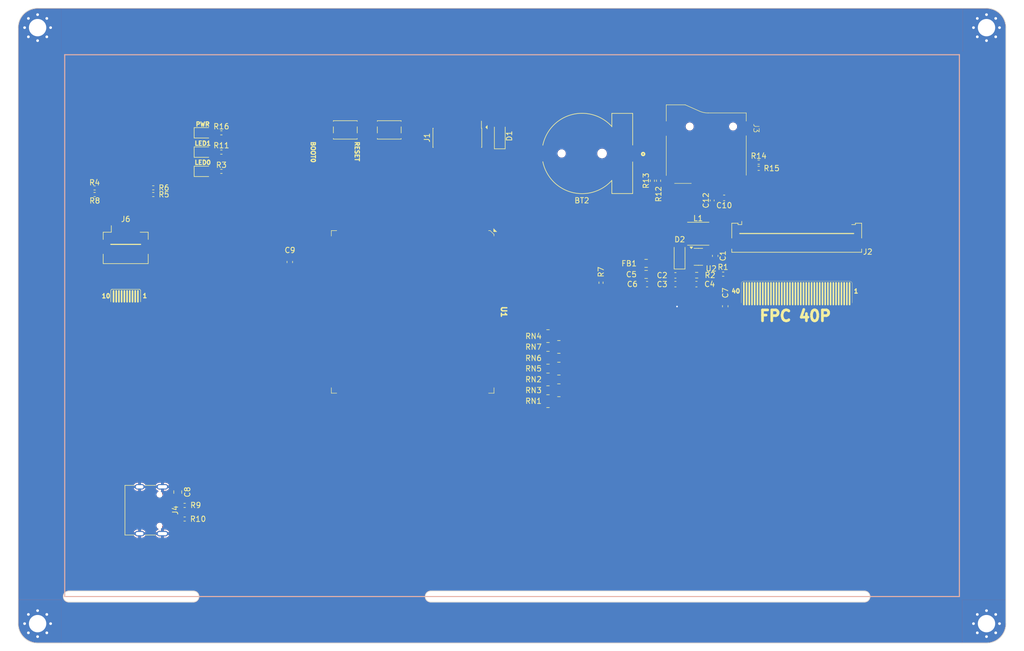
<source format=kicad_pcb>
(kicad_pcb (version 20240108) (generator "pcbnew") (generator_version "8.0")
  (layers (0 "F.Cu" signal) (31 "B.Cu" signal) (34 "B.Paste" user) (35 "F.Paste" user) (36 "B.SilkS" user "B.Silkscreen") (37 "F.SilkS" user "F.Silkscreen") (38 "B.Mask" user) (39 "F.Mask" user) (44 "Edge.Cuts" user))
  (net 0 "")
  (net 1 "+5V")
  (net 2 "GND")
  (net 3 "/LED_A")
  (net 4 "/LED_K")
  (net 5 "Net-(D1-A)")
  (net 6 "/SW")
  (net 7 "/LCD_G7")
  (net 8 "/LCD_B4")
  (net 9 "/LCD_TP_INT")
  (net 10 "/LCD_G6")
  (net 11 "/LCD_R4")
  (net 12 "/LCD_CLK")
  (net 13 "/LCD_DE")
  (net 14 "/LCD_G4")
  (net 15 "/LCD_G5")
  (net 16 "/LCD_TP_SCL")
  (net 17 "/LCD_HSYNC")
  (net 18 "/LCD_TP_RST")
  (net 19 "/LCD_R5")
  (net 20 "/LCD_G2")
  (net 21 "/LCD_R7")
  (net 22 "+3V3")
  (net 23 "/LCD_B3")
  (net 24 "/LCD_G3")
  (net 25 "/LCD_R6")
  (net 26 "/LCD_TP_SDA")
  (net 27 "/LCD_B6")
  (net 28 "/LCD_VSYNC")
  (net 29 "/LCD_RST")
  (net 30 "/LCD_SPI_CS")
  (net 31 "/LCD_SPI_CLK")
  (net 32 "/LCD_B5")
  (net 33 "/LCD_R3")
  (net 34 "/LCD_SPI_DAT")
  (net 35 "/LCD_B7")
  (net 36 "/SWO")
  (net 37 "/SWDIO")
  (net 38 "/SWCLK")
  (net 39 "/RESET")
  (net 40 "/VCP_RX")
  (net 41 "/VCP_TX")
  (net 42 "/LCD_BLK")
  (net 43 "/BOOT0")
  (net 46 "/USB_DP")
  (net 56 "VBAT")
  (net 58 "/USB_DN")
  (net 74 "/USB_VBUS_DET")
  (net 80 "/G5")
  (net 81 "/G6")
  (net 82 "/B3")
  (net 83 "/G7")
  (net 84 "/B4")
  (net 85 "/B6")
  (net 86 "/B5")
  (net 87 "/B7")
  (net 88 "/G3")
  (net 89 "/G2")
  (net 90 "/R7")
  (net 91 "/G4")
  (net 92 "/R4")
  (net 93 "/R3")
  (net 94 "/R5")
  (net 95 "/R6")
  (net 96 "/R2")
  (net 97 "/G1")
  (net 98 "/R1")
  (net 99 "/G0")
  (net 100 "/B2")
  (net 101 "/B1")
  (net 102 "/B0")
  (net 106 "/LCD_G1")
  (net 107 "/LCD_B2")
  (net 108 "Net-(RN4-R1.2)")
  (net 109 "Net-(RN4-R2.2)")
  (net 110 "Net-(RN4-R4.2)")
  (net 111 "Net-(RN4-R3.2)")
  (net 112 "VDD_LCD")
  (net 113 "Net-(J4-CC2)")
  (net 114 "VBUS")
  (net 117 "Net-(J4-CC1)")
  (net 118 "Net-(D3-A)")
  (net 119 "Net-(D4-A)")
  (net 120 "/LED0")
  (net 121 "/LED1")
  (net 122 "/DAT1")
  (net 123 "/DAT0")
  (net 124 "/SD_DET")
  (net 125 "/DAT2")
  (net 126 "/CMD")
  (net 127 "/CLK")
  (net 128 "/DAT3")
  (net 129 "Net-(D5-A)")
  (net 130 "/LCD_R1")
  (net 131 "/LCD_R2")
  (net 132 "/YD")
  (net 133 "/XL")
  (net 134 "/XR")
  (net 135 "/YU")
  (net 136 "/LCD_R0")
  (net 137 "/LCD_B0")
  (net 139 "/LCD_B1")
  (net 140 "/LCD_G0")
  (net 141 "Net-(RN1-R1.2)")
  (net 142 "/TP_SCL")
  (net 143 "/TP_WAKE")
  (net 144 "/TP_SDA")
  (net 145 "/TP_INT")
  (footprint "Capacitor_SMD:C_0603_1608Metric" (layer "F.Cu") (at 177.5994 81.042 180)
    (property "Reference" "C3")
    (property "Value" "1u")
  )
  (footprint "Capacitor_SMD:C_0603_1608Metric" (layer "F.Cu") (at 177.5994 79.4164 180)
    (property "Reference" "C2")
    (property "Value" "1u")
  )
  (footprint "Button_Switch_SMD:SW_SPST_PTS810" (layer "F.Cu") (at 116.7208 52.5698 180)
    (property "Reference" "SW1" (hide yes))
    (property "Value" "BOOT0")
  )
  (footprint "Connector_FFC-FPC:Hirose_FH12-10S-0.5SH_1x10-1MP_P0.50mm_Horizontal" (layer "F.Cu") (at 76.22537 72.74479)
    (property "Reference" "J6")
    (property "Value" "Conn_01x10_MountingPin")
  )
  (footprint "MountingHole:MountingHole_3.2mm_M3_Pad_Via" (layer "F.Cu") (at 59.97537 33.69479)
    (property "Reference" "H1" (hide yes))
    (property "Value" "MountingHole_Pad")
  )
  (footprint "Resistor_SMD:R_0402_1005Metric" (layer "F.Cu") (at 192.9638 58.5216 180)
    (property "Reference" "R14")
    (property "Value" "10K")
  )
  (footprint "Capacitor_SMD:C_0603_1608Metric" (layer "F.Cu") (at 172.3768 81.042 180)
    (property "Reference" "C6")
    (property "Value" "100n")
  )
  (footprint "Capacitor_SMD:C_0603_1608Metric" (layer "F.Cu") (at 186.5904 65.1098)
    (property "Reference" "C10")
    (property "Value" "1u")
  )
  (footprint "Resistor_SMD:R_0402_1005Metric" (layer "F.Cu") (at 87.0972 121.8716 180)
    (property "Reference" "R9")
    (property "Value" "5K1")
  )
  (footprint "Package_TO_SOT_SMD:SOT-23-5" (layer "F.Cu") (at 181.8386 75.9968)
    (property "Reference" "U2")
    (property "Value" "TPS61169")
  )
  (footprint "Resistor_SMD:R_0402_1005Metric" (layer "F.Cu") (at 81.3104 64.5 180)
    (property "Reference" "R5")
    (property "Value" "2K2")
  )
  (footprint "Capacitor_SMD:C_0603_1608Metric" (layer "F.Cu") (at 186.7916 85.1154 90)
    (property "Reference" "C7")
    (property "Value" "100n")
  )
  (footprint "Resistor_SMD:R_0402_1005Metric" (layer "F.Cu") (at 93.8664 56.6674 180)
    (property "Reference" "R11")
    (property "Value" "2K")
  )
  (footprint "Capacitor_SMD:C_0603_1608Metric" (layer "F.Cu") (at 181.4761 81.042)
    (property "Reference" "C4")
    (property "Value" "100n")
  )
  (footprint "Resistor_SMD:R_0402_1005Metric" (layer "F.Cu") (at 70.49 64.5 180)
    (property "Reference" "R8")
    (property "Value" "10K")
  )
  (footprint "Button_Switch_SMD:SW_SPST_PTS810" (layer "F.Cu") (at 124.8234 52.5698 180)
    (property "Reference" "SW2" (hide yes))
    (property "Value" "RST")
  )
  (footprint "MountingHole:MountingHole_3.2mm_M3_Pad_Via" (layer "F.Cu") (at 59.97537 143.69479)
    (property "Reference" "H2" (hide yes))
    (property "Value" "MountingHole_Pad")
  )
  (footprint "Resistor_SMD:R_0402_1005Metric" (layer "F.Cu") (at 70.49 63.2808 180)
    (property "Reference" "R4")
    (property "Value" "10K")
  )
  (footprint "Resistor_SMD:R_0402_1005Metric" (layer "F.Cu") (at 93.8664 53.1112 180)
    (property "Reference" "R16")
    (property "Value" "2K")
  )
  (footprint "Inductor_SMD:L_Abracon_ASPI-4030S" (layer "F.Cu") (at 181.8132 71.7296 180)
    (property "Reference" "L1")
    (property "Value" "6.8u")
  )
  (footprint "Capacitor_SMD:C_0805_2012Metric" (layer "F.Cu") (at 172.2018 79.2493 180)
    (property "Reference" "C5")
    (property "Value" "10u")
  )
  (footprint "Capacitor_SMD:C_0603_1608Metric" (layer "F.Cu") (at 184.9374 75.8218 -90)
    (property "Reference" "C1")
    (property "Value" "10u")
  )
  (footprint "Connector_PinHeader_1.27mm:PinHeader_2x07_P1.27mm_Vertical_SMD" (layer "F.Cu") (at 137.3886 54.0258 -90)
    (property "Reference" "J1")
    (property "Value" "SWD")
  )
  (footprint "Resistor_SMD:R_Array_Convex_4x0402" (layer "F.Cu") (at 156.1084 96.6284 180)
    (property "Reference" "RN5")
    (property "Value" "22")
  )
  (footprint "MountingHole:MountingHole_3.2mm_M3_Pad_Via" (layer "F.Cu") (at 234.97537 33.69479)
    (property "Reference" "H3" (hide yes))
    (property "Value" "MountingHole_Pad")
  )
  (footprint "Resistor_SMD:R_0402_1005Metric" (layer "F.Cu") (at 186.4106 79.1878 180)
    (property "Reference" "R1")
    (property "Value" "10K")
  )
  (footprint "Diode_SMD:D_SOD-123" (layer "F.Cu") (at 145.2118 53.6946 90)
    (property "Reference" "D1")
    (property "Value" "NSR0320MW2T1G")
  )
  (footprint "MountingHole:MountingHole_3.2mm_M3_Pad_Via" (layer "F.Cu") (at 234.97537 143.69479)
    (property "Reference" "H4" (hide yes))
    (property "Value" "MountingHole_Pad")
  )
  (footprint "Capacitor_SMD:C_0402_1005Metric" (layer "F.Cu") (at 184.3884 65.5898 -90)
    (property "Reference" "C12")
    (property "Value" "100n")
  )
  (footprint "Resistor_SMD:R_0402_1005Metric" (layer "F.Cu") (at 173.355 61.9506 90)
    (property "Reference" "R13")
    (property "Value" "10K")
  )
  (footprint "Resistor_SMD:R_0402_1005Metric" (layer "F.Cu") (at 87.0972 124.3862 180)
    (property "Reference" "R10")
    (property "Value" "5K1")
  )
  (footprint "LED_SMD:LED_0805_2012Metric" (layer "F.Cu") (at 90.537 56.6674)
    (property "Reference" "D4" (hide yes))
    (property "Value" "LED")
  )
  (footprint "neochrom-logo:neochrom-logo-15" (layer "F.Cu") (at 106 39.5)
    (property "Reference" "G***" (hide yes))
    (property "Value" "LOGO" (hide yes))
  )
  (footprint "Resistor_SMD:R_Array_Convex_4x0402" (layer "F.Cu") (at 156.1084 100.6282 180)
    (property "Reference" "RN3")
    (property "Value" "22")
  )
  (footprint "LED_SMD:LED_0805_2012Metric" (layer "F.Cu") (at 90.537 53.1112)
    (property "Reference" "D5" (hide yes))
    (property "Value" "LED")
  )
  (footprint "Resistor_SMD:R_0402_1005Metric" (layer "F.Cu") (at 192.9638 59.6646 180)
    (property "Reference" "R15")
    (property "Value" "10K")
  )
  (footprint "Capacitor_SMD:C_0603_1608Metric" (layer "F.Cu") (at 106.4882 76.9496 -90)
    (property "Reference" "C9")
    (property "Value" "100n")
  )
  (footprint "Capacitor_SMD:C_0805_2012Metric" (layer "F.Cu") (at 172.2018 77.2066)
    (property "Reference" "FB1")
    (property "Value" "600R/100MHz")
  )
  (footprint "LED_SMD:LED_0805_2012Metric" (layer "F.Cu") (at 90.537 60.2236)
    (property "Reference" "D3" (hide yes))
    (property "Value" "LED")
  )
  (footprint "Resistor_SMD:R_Array_Convex_4x0402" (layer "F.Cu") (at 156.1084 92.6272 180)
    (property "Reference" "RN7")
    (property "Value" "22")
  )
  (footprint "Resistor_SMD:R_0603_1608Metric" (layer "F.Cu") (at 181.5261 79.391)
    (property "Reference" "R2")
    (property "Value" "6.8R")
  )
  (footprint "Resistor_SMD:R_0402_1005Metric" (layer "F.Cu") (at 163.8808 80.772 -90)
    (property "Reference" "R7")
    (property "Value" "10K")
  )
  (footprint "Resistor_SMD:R_0402_1005Metric" (layer "F.Cu") (at 81.3104 63.2554 180)
    (property "Reference" "R6")
    (property "Value" "2K2")
  )
  (footprint "Capacitor_SMD:C_0805_2012Metric" (layer "F.Cu") (at 85.8272 119.4086 90)
    (property "Reference" "C8")
    (property "Value" "4u7")
  )
  (footprint "siplex:siplex-som-s16" (layer "F.Cu") (at 129.145 86.1568 -90)
    (property "Reference" "U1")
    (property "Value" "siplex-som-s16")
  )
  (footprint "Resistor_SMD:R_0402_1005Metric" (layer "F.Cu") (at 93.8664 60.2236 180)
    (property "Reference" "R3")
    (property "Value" "2K")
  )
  (footprint "TF-115:SD-TF-115" (layer "F.Cu") (at 183.2884 57.693 180)
    (property "Reference" "J3")
    (property "Value" "Micro_SD_Card_Det1")
  )
  (footprint "Diode_SMD:D_SOD-123" (layer "F.Cu") (at 178.3744 75.8868 90)
    (property "Reference" "D2")
    (property "Value" "MBR0540")
  )
  (footprint "Connector_FFC-FPC:Omron_XF2M-4015-1A_1x40-1MP_P0.5mm_Horizontal" (layer "F.Cu") (at 199.97537 71.69479)
    (property "Reference" "J2")
    (property "Value" "Conn_01x40_MountingPin")
  )
  (footprint "Resistor_SMD:R_Array_Convex_4x0402" (layer "F.Cu") (at 154.1018 94.6284 180)
    (property "Reference" "RN6")
    (property "Value" "22")
  )
  (footprint "Connector_USB:USB_C_Receptacle_G-Switch_GT-USB-7010ASV" (layer "F.Cu") (at 79.8664 122.7586 -90)
    (property "Reference" "J4")
    (property "Value" "USB_C_Receptacle_USB2.0_16P")
  )
  (footprint "CR1220-Batt-conn-S8411-45R:CR1220-Batt-conn-S8411-45R" (layer "F.Cu") (at 160.349099 56.9214 90)
    (property "Reference" "BT2")
    (property "Value" "S8411-45R")
  )
  (footprint "Resistor_SMD:R_Array_Convex_4x0402" (layer "F.Cu") (at 154.1018 90.6272 180)
    (property "Reference" "RN4")
    (property "Value" "22")
  )
  (footprint "Resistor_SMD:R_0402_1005Metric" (layer "F.Cu") (at 174.498 61.9506 90)
    (property "Reference" "R12")
    (property "Value" "10K")
  )
  (footprint "Resistor_SMD:R_Array_Convex_4x0402" (layer "F.Cu") (at 154.1018 102.6294 180)
    (property "Reference" "RN1")
    (property "Value" "22")
  )
  (footprint "Resistor_SMD:R_Array_Convex_4x0402" (layer "F.Cu") (at 154.1018 98.6282 180)
    (property "Reference" "RN2")
    (property "Value" "22")
  )
  (gr_line (start 64.97537 138.69479) (end 229.97537 138.69479) (stroke (width 0.2)) (layer "B.SilkS"))
  (gr_line (start 64.97537 38.69479) (end 229.97537 38.69479) (stroke (width 0.2)) (layer "B.SilkS"))
  (gr_line (start 64.97537 38.69479) (end 64.97537 138.69479) (stroke (width 0.2)) (layer "B.SilkS"))
  (gr_line (start 229.97537 38.69479) (end 229.97537 138.69479) (stroke (width 0.2)) (layer "B.SilkS"))
  (gr_line (start 77.97537 82.2912) (end 77.97537 84.2912) (stroke (width 0.3)) (layer "F.SilkS"))
  (gr_line (start 209.72537 80.8048) (end 209.72537 84.8048) (stroke (width 0.3)) (layer "F.SilkS"))
  (gr_line (start 190.72537 80.8048) (end 190.72537 84.8048) (stroke (width 0.3)) (layer "F.SilkS"))
  (gr_line (start 196.22537 80.8048) (end 196.22537 84.8048) (stroke (width 0.3)) (layer "F.SilkS"))
  (gr_line (start 201.72537 80.8048) (end 201.72537 84.8048) (stroke (width 0.3)) (layer "F.SilkS"))
  (gr_line (start 210.47537 71.69479) (end 189.47537 71.69479) (stroke (width 0.2)) (layer "F.SilkS"))
  (gr_line (start 198.22537 80.8048) (end 198.22537 84.8048) (stroke (width 0.3)) (layer "F.SilkS"))
  (gr_poly (pts (xy 144.7292 71.3994) (xy 144.0434 70.7136) (xy 144.0434 71.3994)) (fill solid) (layer "F.SilkS"))
  (gr_line (start 199.72537 80.8048) (end 199.72537 84.8048) (stroke (width 0.3)) (layer "F.SilkS"))
  (gr_line (start 195.72537 80.8048) (end 195.72537 84.8048) (stroke (width 0.3)) (layer "F.SilkS"))
  (gr_arc (start 78.72537 81.9912) (mid 78.902147 82.064423) (end 78.97537 82.2412) (stroke (width 0.1)) (layer "F.SilkS"))
  (gr_line (start 190.22537 80.5) (end 209.72537 80.5) (stroke (width 0.05)) (layer "F.SilkS"))
  (gr_line (start 75.97537 82.2912) (end 75.97537 84.2912) (stroke (width 0.3)) (layer "F.SilkS"))
  (gr_line (start 75.47537 82.2912) (end 75.47537 84.2912) (stroke (width 0.3)) (layer "F.SilkS"))
  (gr_arc (start 209.72537 80.5) (mid 210.078923 80.646447) (end 210.22537 81) (stroke (width 0.05)) (layer "F.SilkS"))
  (gr_line (start 203.22537 80.8048) (end 203.22537 84.8048) (stroke (width 0.3)) (layer "F.SilkS"))
  (gr_line (start 210.22537 81) (end 210.22537 84.5) (stroke (width 0.05)) (layer "F.SilkS"))
  (gr_line (start 209.22537 80.8048) (end 209.22537 84.8048) (stroke (width 0.3)) (layer "F.SilkS"))
  (gr_line (start 195.22537 80.8048) (end 195.22537 84.8048) (stroke (width 0.3)) (layer "F.SilkS"))
  (gr_line (start 202.72537 80.8048) (end 202.72537 84.8048) (stroke (width 0.3)) (layer "F.SilkS"))
  (gr_line (start 76.97537 82.2912) (end 76.97537 84.2912) (stroke (width 0.3)) (layer "F.SilkS"))
  (gr_line (start 200.22537 80.8048) (end 200.22537 84.8048) (stroke (width 0.3)) (layer "F.SilkS"))
  (gr_line (start 73.47537 82.2412) (end 73.47537 84.2912) (stroke (width 0.1)) (layer "F.SilkS"))
  (gr_line (start 204.22537 80.8048) (end 204.22537 84.8048) (stroke (width 0.3)) (layer "F.SilkS"))
  (gr_line (start 200.72537 80.8048) (end 200.72537 84.8048) (stroke (width 0.3)) (layer "F.SilkS"))
  (gr_line (start 194.22537 80.8048) (end 194.22537 84.8048) (stroke (width 0.3)) (layer "F.SilkS"))
  (gr_line (start 190.22537 80.8048) (end 190.22537 84.8048) (stroke (width 0.3)) (layer "F.SilkS"))
  (gr_arc (start 189.72537 81) (mid 189.871817 80.646447) (end 190.22537 80.5) (stroke (width 0.05)) (layer "F.SilkS"))
  (gr_line (start 78.97537 82.2412) (end 78.97537 84.2912) (stroke (width 0.1)) (layer "F.SilkS"))
  (gr_line (start 76.47537 82.2912) (end 76.47537 84.2912) (stroke (width 0.3)) (layer "F.SilkS"))
  (gr_line (start 194.72537 80.8048) (end 194.72537 84.8048) (stroke (width 0.3)) (layer "F.SilkS"))
  (gr_line (start 197.22537 80.8048) (end 197.22537 84.8048) (stroke (width 0.3)) (layer "F.SilkS"))
  (gr_line (start 189.72537 81) (end 189.72537 84.5) (stroke (width 0.05)) (layer "F.SilkS"))
  (gr_arc (start 73.47537 82.2412) (mid 73.548593 82.064423) (end 73.72537 81.9912) (stroke (width 0.1)) (layer "F.SilkS"))
  (gr_line (start 201.22537 80.8048) (end 201.22537 84.8048) (stroke (width 0.3)) (layer "F.SilkS"))
  (gr_line (start 206.72537 80.8048) (end 206.72537 84.8048) (stroke (width 0.3)) (layer "F.SilkS"))
  (gr_line (start 206.22537 80.8048) (end 206.22537 84.8048) (stroke (width 0.3)) (layer "F.SilkS"))
  (gr_line (start 193.72537 80.8048) (end 193.72537 84.8048) (stroke (width 0.3)) (layer "F.SilkS"))
  (gr_line (start 191.72537 80.8048) (end 191.72537 84.8048) (stroke (width 0.3)) (layer "F.SilkS"))
  (gr_line (start 74.97537 82.2912) (end 74.97537 84.2912) (stroke (width 0.3)) (layer "F.SilkS"))
  (gr_line (start 192.22537 80.8048) (end 192.22537 84.8048) (stroke (width 0.3)) (layer "F.SilkS"))
  (gr_line (start 202.22537 80.8048) (end 202.22537 84.8048) (stroke (width 0.3)) (layer "F.SilkS"))
  (gr_line (start 193.22537 80.8048) (end 193.22537 84.8048) (stroke (width 0.3)) (layer "F.SilkS"))
  (gr_line (start 73.47537 73.69479) (end 78.97537 73.69479) (stroke (width 0.2)) (layer "F.SilkS"))
  (gr_line (start 196.72537 80.8048) (end 196.72537 84.8048) (stroke (width 0.3)) (layer "F.SilkS"))
  (gr_line (start 191.22537 80.8048) (end 191.22537 84.8048) (stroke (width 0.3)) (layer "F.SilkS"))
  (gr_line (start 203.72537 80.8048) (end 203.72537 84.8048) (stroke (width 0.3)) (layer "F.SilkS"))
  (gr_line (start 74.47537 82.2912) (end 74.47537 84.2912) (stroke (width 0.3)) (layer "F.SilkS"))
  (gr_line (start 207.72537 80.8048) (end 207.72537 84.8048) (stroke (width 0.3)) (layer "F.SilkS"))
  (gr_line (start 207.22537 80.8048) (end 207.22537 84.8048) (stroke (width 0.3)) (layer "F.SilkS"))
  (gr_line (start 73.72537 81.9912) (end 78.72537 81.9912) (stroke (width 0.1)) (layer "F.SilkS"))
  (gr_line (start 73.97537 82.2912) (end 73.97537 84.2912) (stroke (width 0.3)) (layer "F.SilkS"))
  (gr_line (start 205.22537 80.8048) (end 205.22537 84.8048) (stroke (width 0.3)) (layer "F.SilkS"))
  (gr_line (start 208.72537 80.8048) (end 208.72537 84.8048) (stroke (width 0.3)) (layer "F.SilkS"))
  (gr_line (start 78.47537 82.2912) (end 78.47537 84.2912) (stroke (width 0.3)) (layer "F.SilkS"))
  (gr_line (start 192.72537 80.8048) (end 192.72537 84.8048) (stroke (width 0.3)) (layer "F.SilkS"))
  (gr_line (start 205.72537 80.8048) (end 205.72537 84.8048) (stroke (width 0.3)) (layer "F.SilkS"))
  (gr_line (start 208.22537 80.8048) (end 208.22537 84.8048) (stroke (width 0.3)) (layer "F.SilkS"))
  (gr_line (start 77.47537 82.2912) (end 77.47537 84.2912) (stroke (width 0.3)) (layer "F.SilkS"))
  (gr_line (start 197.72537 80.8048) (end 197.72537 84.8048) (stroke (width 0.3)) (layer "F.SilkS"))
  (gr_poly (pts (xy 142.9512 52.4822) (xy 142.9512 51.6694) (xy 142.5448 52.0758)) (fill solid) (layer "F.SilkS"))
  (gr_line (start 204.72537 80.8048) (end 204.72537 84.8048) (stroke (width 0.3)) (layer "F.SilkS"))
  (gr_line (start 198.72537 80.8048) (end 198.72537 84.8048) (stroke (width 0.3)) (layer "F.SilkS"))
  (gr_line (start 199.22537 80.8048) (end 199.22537 84.8048) (stroke (width 0.3)) (layer "F.SilkS"))
  (gr_line (start 58.684354 147.058002) (end 59.042978 147.174526) (stroke (width 0.1)) (layer "Edge.Cuts"))
  (gr_line (start 238.338582 144.985806) (end 238.455106 144.627182) (stroke (width 0.1)) (layer "Edge.Cuts"))
  (gr_line (start 238.533505 33.131237) (end 238.455106 32.762398) (stroke (width 0.1)) (layer "Edge.Cuts"))
  (gr_line (start 59.042978 30.215054) (end 58.684354 30.331578) (stroke (width 0.1)) (layer "Edge.Cuts"))
  (gr_line (start 58.013315 30.67349) (end 57.708251 30.895131) (stroke (width 0.1)) (layer "Edge.Cuts"))
  (gr_line (start 56.417235 33.131237) (end 56.37782 33.50625) (stroke (width 0.1)) (layer "Edge.Cuts"))
  (gr_line (start 57.428027 146.242133) (end 57.708251 146.494449) (stroke (width 0.1)) (layer "Edge.Cuts"))
  (gr_line (start 212.47537 139.69479) (end 132.47537 139.69479) (stroke (width 0.1)) (layer "Edge.Cuts"))
  (gr_line (start 57.175711 31.427671) (end 56.95407 31.732735) (stroke (width 0.1)) (layer "Edge.Cuts"))
  (gr_line (start 56.37537 33.69479) (end 56.37537 143.69479) (stroke (width 0.1)) (layer "Edge.Cuts"))
  (gr_line (start 58.339875 30.48495) (end 58.013315 30.67349) (stroke (width 0.1)) (layer "Edge.Cuts"))
  (gr_line (start 236.266386 147.058002) (end 236.610865 146.90463) (stroke (width 0.1)) (layer "Edge.Cuts"))
  (gr_line (start 56.76553 32.059295) (end 56.612158 32.403774) (stroke (width 0.1)) (layer "Edge.Cuts"))
  (gr_line (start 56.37782 33.50625) (end 56.37537 33.69479) (stroke (width 0.1)) (layer "Edge.Cuts"))
  (gr_line (start 238.57292 33.50625) (end 238.533505 33.131237) (stroke (width 0.1)) (layer "Edge.Cuts"))
  (gr_arc (start 212.47537 137.69479) (mid 213.47537 138.69479) (end 212.47537 139.69479) (stroke (width 0.1)) (layer "Edge.Cuts"))
  (gr_line (start 235.538923 147.252925) (end 235.907762 147.174526) (stroke (width 0.1)) (layer "Edge.Cuts"))
  (gr_line (start 57.175711 145.961909) (end 57.428027 146.242133) (stroke (width 0.1)) (layer "Edge.Cuts"))
  (gr_line (start 59.411817 30.136655) (end 59.042978 30.215054) (stroke (width 0.1)) (layer "Edge.Cuts"))
  (gr_line (start 238.18521 145.330285) (end 238.338582 144.985806) (stroke (width 0.1)) (layer "Edge.Cuts"))
  (gr_line (start 59.78683 30.09724) (end 59.411817 30.136655) (stroke (width 0.1)) (layer "Edge.Cuts"))
  (gr_line (start 238.455106 32.762398) (end 238.338582 32.403774) (stroke (width 0.1)) (layer "Edge.Cuts"))
  (gr_line (start 237.242489 30.895131) (end 236.937425 30.67349) (stroke (width 0.1)) (layer "Edge.Cuts"))
  (gr_line (start 56.612158 32.403774) (end 56.495634 32.762398) (stroke (width 0.1)) (layer "Edge.Cuts"))
  (gr_line (start 237.522713 31.147447) (end 237.242489 30.895131) (stroke (width 0.1)) (layer "Edge.Cuts"))
  (gr_line (start 56.495634 144.627182) (end 56.612158 144.985806) (stroke (width 0.1)) (layer "Edge.Cuts"))
  (gr_line (start 59.78683 147.29234) (end 59.97537 147.29479) (stroke (width 0.1)) (layer "Edge.Cuts"))
  (gr_arc (start 88.72537 137.69479) (mid 89.72537 138.69479) (end 88.72537 139.69479) (stroke (width 0.1)) (layer "Edge.Cuts"))
  (gr_line (start 56.37537 143.69479) (end 56.37782 143.88333) (stroke (width 0.1)) (layer "Edge.Cuts"))
  (gr_line (start 238.57292 143.88333) (end 238.57537 143.69479) (stroke (width 0.1)) (layer "Edge.Cuts"))
  (gr_line (start 56.95407 31.732735) (end 56.76553 32.059295) (stroke (width 0.1)) (layer "Edge.Cuts"))
  (gr_line (start 236.266386 30.331578) (end 235.907762 30.215054) (stroke (width 0.1)) (layer "Edge.Cuts"))
  (gr_line (start 57.708251 30.895131) (end 57.428027 31.147447) (stroke (width 0.1)) (layer "Edge.Cuts"))
  (gr_line (start 65.72537 137.69479) (end 88.72537 137.69479) (stroke (width 0.1)) (layer "Edge.Cuts"))
  (gr_line (start 237.775029 31.427671) (end 237.522713 31.147447) (stroke (width 0.1)) (layer "Edge.Cuts"))
  (gr_line (start 236.610865 30.48495) (end 236.266386 30.331578) (stroke (width 0.1)) (layer "Edge.Cuts"))
  (gr_line (start 57.428027 31.147447) (end 57.175711 31.427671) (stroke (width 0.1)) (layer "Edge.Cuts"))
  (gr_line (start 237.99667 31.732735) (end 237.775029 31.427671) (stroke (width 0.1)) (layer "Edge.Cuts"))
  (gr_line (start 237.242489 146.494449) (end 237.522713 146.242133) (stroke (width 0.1)) (layer "Edge.Cuts"))
  (gr_arc (start 65.72537 139.69479) (mid 64.72537 138.69479) (end 65.72537 137.69479) (stroke (width 0.1)) (layer "Edge.Cuts"))
  (gr_line (start 238.57537 33.69479) (end 238.57292 33.50625) (stroke (width 0.1)) (layer "Edge.Cuts"))
  (gr_line (start 58.339875 146.90463) (end 58.684354 147.058002) (stroke (width 0.1)) (layer "Edge.Cuts"))
  (gr_line (start 212.47537 137.69479) (end 132.47537 137.69479) (stroke (width 0.1)) (layer "Edge.Cuts"))
  (gr_line (start 236.937425 30.67349) (end 236.610865 30.48495) (stroke (width 0.1)) (layer "Edge.Cuts"))
  (gr_line (start 58.684354 30.331578) (end 58.339875 30.48495) (stroke (width 0.1)) (layer "Edge.Cuts"))
  (gr_line (start 238.338582 32.403774) (end 238.18521 32.059295) (stroke (width 0.1)) (layer "Edge.Cuts"))
  (gr_line (start 56.612158 144.985806) (end 56.76553 145.330285) (stroke (width 0.1)) (layer "Edge.Cuts"))
  (gr_line (start 56.37782 143.88333) (end 56.417235 144.258343) (stroke (width 0.1)) (layer "Edge.Cuts"))
  (gr_line (start 236.610865 146.90463) (end 236.937425 146.71609) (stroke (width 0.1)) (layer "Edge.Cuts"))
  (gr_line (start 59.042978 147.174526) (end 59.411817 147.252925) (stroke (width 0.1)) (layer "Edge.Cuts"))
  (gr_line (start 58.013315 146.71609) (end 58.339875 146.90463) (stroke (width 0.1)) (layer "Edge.Cuts"))
  (gr_line (start 237.99667 145.656845) (end 238.18521 145.330285) (stroke (width 0.1)) (layer "Edge.Cuts"))
  (gr_line (start 234.97537 30.09479) (end 59.97537 30.09479) (stroke (width 0.1)) (layer "Edge.Cuts"))
  (gr_line (start 56.417235 144.258343) (end 56.495634 144.627182) (stroke (width 0.1)) (layer "Edge.Cuts"))
  (gr_line (start 236.937425 146.71609) (end 237.242489 146.494449) (stroke (width 0.1)) (layer "Edge.Cuts"))
  (gr_line (start 235.538923 30.136655) (end 235.16391 30.09724) (stroke (width 0.1)) (layer "Edge.Cuts"))
  (gr_line (start 56.76553 145.330285) (end 56.95407 145.656845) (stroke (width 0.1)) (layer "Edge.Cuts"))
  (gr_line (start 234.97537 147.29479) (end 235.16391 147.29234) (stroke (width 0.1)) (layer "Edge.Cuts"))
  (gr_line (start 235.16391 147.29234) (end 235.538923 147.252925) (stroke (width 0.1)) (layer "Edge.Cuts"))
  (gr_line (start 237.522713 146.242133) (end 237.775029 145.961909) (stroke (width 0.1)) (layer "Edge.Cuts"))
  (gr_line (start 235.16391 30.09724) (end 234.97537 30.09479) (stroke (width 0.1)) (layer "Edge.Cuts"))
  (gr_line (start 238.533505 144.258343) (end 238.57292 143.88333) (stroke (width 0.1)) (layer "Edge.Cuts"))
  (gr_line (start 65.72537 139.69479) (end 88.72537 139.69479) (stroke (width 0.1)) (layer "Edge.Cuts"))
  (gr_line (start 56.495634 32.762398) (end 56.417235 33.131237) (stroke (width 0.1)) (layer "Edge.Cuts"))
  (gr_line (start 59.411817 147.252925) (end 59.78683 147.29234) (stroke (width 0.1)) (layer "Edge.Cuts"))
  (gr_line (start 235.907762 30.215054) (end 235.538923 30.136655) (stroke (width 0.1)) (layer "Edge.Cuts"))
  (gr_line (start 56.95407 145.656845) (end 57.175711 145.961909) (stroke (width 0.1)) (layer "Edge.Cuts"))
  (gr_arc (start 132.47537 139.69479) (mid 131.47537 138.69479) (end 132.47537 137.69479) (stroke (width 0.1)) (layer "Edge.Cuts"))
  (gr_line (start 57.708251 146.494449) (end 58.013315 146.71609) (stroke (width 0.1)) (layer "Edge.Cuts"))
  (gr_line (start 237.775029 145.961909) (end 237.99667 145.656845) (stroke (width 0.1)) (layer "Edge.Cuts"))
  (gr_line (start 238.455106 144.627182) (end 238.533505 144.258343) (stroke (width 0.1)) (layer "Edge.Cuts"))
  (gr_line (start 238.18521 32.059295) (end 237.99667 31.732735) (stroke (width 0.1)) (layer "Edge.Cuts"))
  (gr_line (start 235.907762 147.174526) (end 236.266386 147.058002) (stroke (width 0.1)) (layer "Edge.Cuts"))
  (gr_line (start 238.57537 143.69479) (end 238.57537 33.69479) (stroke (width 0.1)) (layer "Edge.Cuts"))
  (gr_line (start 59.97537 147.29479) (end 234.97537 147.29479) (stroke (width 0.1)) (layer "Edge.Cuts"))
  (gr_line (start 59.97537 30.09479) (end 59.78683 30.09724) (stroke (width 0.1)) (layer "Edge.Cuts"))
  (gr_text "LED0" (at 88.830333 59.055 0) (layer "F.SilkS") (effects (font (size 0.8 0.8) (thickness 0.2) (bold yes)) (justify left bottom)))
  (gr_text "FPC 40P" (at 192.85757 88.0692 0) (layer "F.SilkS") (effects (font (size 2 2) (thickness 0.5) (bold yes)) (justify left bottom)))
  (gr_text "BOOT0" (at 110.3154 54.607 -90) (layer "F.SilkS") (effects (font (size 0.8 0.8) (thickness 0.2) (bold yes)) (justify left bottom)))
  (gr_text "LED1" (at 88.830333 55.5244 0) (layer "F.SilkS") (effects (font (size 0.8 0.8) (thickness 0.2) (bold yes)) (justify left bottom)))
  (gr_text "40" (at 187.85377 82.786 0) (layer "F.SilkS") (effects (font (size 0.8 0.8) (thickness 0.2) (bold yes)) (justify left bottom)))
  (gr_text "PWR" (at 89.039857 51.9938 0) (layer "F.SilkS") (effects (font (size 0.8 0.8) (thickness 0.2) (bold yes)) (justify left bottom)))
  (gr_text "1" (at 210.40897 82.8048 0) (layer "F.SilkS") (effects (font (size 0.8 0.8) (thickness 0.2) (bold yes)) (justify left bottom)))
  (gr_text "1" (at 79.248 83.668 0) (layer "F.SilkS") (effects (font (size 0.8 0.8) (thickness 0.2) (bold yes)) (justify left bottom)))
  (gr_text "RESET" (at 118.418 54.607 -90) (layer "F.SilkS") (effects (font (size 0.8 0.8) (thickness 0.2) (bold yes)) (justify left bottom)))
  (gr_text "10" (at 71.7042 83.693 0) (layer "F.SilkS") (effects (font (size 0.8 0.8) (thickness 0.2) (bold yes)) (justify left bottom)))
  (segment (start 177.8744 85.139) (end 177.9016 85.1662) (width 0.3) (layer "F.Cu") (net 2))
  (segment (start 177.8744 83.9634) (end 177.8744 85.139) (width 0.3) (layer "F.Cu") (net 2))
  (via (at 177.9016 85.1662) (size 0.6) (drill 0.3) (layers "F.Cu" "B.Cu") (net 2))
  (segment (start 178.3744 77.5368) (end 178.3744 79.4164) (width 0.3) (layer "F.Cu") (net 3))
  (segment (start 178.3744 79.4164) (end 178.3744 81.042) (width 0.3) (layer "F.Cu") (net 3))
  (segment (start 178.3744 81.042) (end 178.3744 83.9634) (width 0.3) (layer "F.Cu") (net 3))
  (segment (start 178.8744 82.8687) (end 180.7011 81.042) (width 0.3) (layer "F.Cu") (net 4))
  (segment (start 180.7011 79.391) (end 180.7011 81.042) (width 0.3) (layer "F.Cu") (net 4))
  (segment (start 178.8744 83.9634) (end 178.8744 82.8687) (width 0.3) (layer "F.Cu") (net 4))
  (segment (start 180.7011 76.9468) (end 180.7011 79.391) (width 0.3) (layer "F.Cu") (net 4))
  (segment (start 165.33351 95.8784) (end 169.3744 91.83751) (width 0.2) (layer "F.Cu") (net 7))
  (segment (start 169.3744 91.83751) (end 169.3744 83.9634) (width 0.2) (layer "F.Cu") (net 7))
  (segment (start 156.6084 95.8784) (end 165.33351 95.8784) (width 0.2) (layer "F.Cu") (net 7))
  (segment (start 165.00628 93.3772) (end 166.8744 91.50908) (width 0.2) (layer "F.Cu") (net 8))
  (segment (start 156.6084 93.3772) (end 165.00628 93.3772) (width 0.2) (layer "F.Cu") (net 8))
  (segment (start 166.8744 91.50908) (end 166.8744 83.9634) (width 0.2) (layer "F.Cu") (net 8))
  (segment (start 156.6084 96.3784) (end 165.399196 96.3784) (width 0.2) (layer "F.Cu") (net 10))
  (segment (start 169.8744 91.903196) (end 169.8744 83.9634) (width 0.2) (layer "F.Cu") (net 10))
  (segment (start 165.399196 96.3784) (end 169.8744 91.903196) (width 0.2) (layer "F.Cu") (net 10))
  (segment (start 156.6084 101.3782) (end 166.056256 101.3782) (width 0.2) (layer "F.Cu") (net 11))
  (segment (start 166.056256 101.3782) (end 174.8744 92.560056) (width 0.2) (layer "F.Cu") (net 11))
  (segment (start 174.8744 92.560056) (end 174.8744 83.9634) (width 0.2) (layer "F.Cu") (net 11))
  (segment (start 164.3744 87.3396) (end 164.3744 83.9634) (width 0.2) (layer "F.Cu") (net 12))
  (segment (start 160.3368 91.3772) (end 164.3744 87.3396) (width 0.2) (layer "F.Cu") (net 12))
  (segment (start 154.6018 91.3772) (end 160.3368 91.3772) (width 0.2) (layer "F.Cu") (net 12))
  (segment (start 162.3744 87.642542) (end 162.3744 83.9634) (width 0.2) (layer "F.Cu") (net 13))
  (segment (start 160.139742 89.8772) (end 162.3744 87.642542) (width 0.2) (layer "F.Cu") (net 13))
  (segment (start 154.6018 89.8772) (end 160.139742 89.8772) (width 0.2) (layer "F.Cu") (net 13))
  (segment (start 170.8744 92.034568) (end 170.8744 83.9634) (width 0.2) (layer "F.Cu") (net 14))
  (segment (start 156.6084 97.3784) (end 165.530568 97.3784) (width 0.2) (layer "F.Cu") (net 14))
  (segment (start 165.530568 97.3784) (end 170.8744 92.034568) (width 0.2) (layer "F.Cu") (net 14))
  (segment (start 156.6084 96.8784) (end 165.464882 96.8784) (width 0.2) (layer "F.Cu") (net 15))
  (segment (start 165.464882 96.8784) (end 170.3744 91.968882) (width 0.2) (layer "F.Cu") (net 15))
  (segment (start 170.3744 91.968882) (end 170.3744 83.9634) (width 0.2) (layer "F.Cu") (net 15))
  (segment (start 163.3744 87.773914) (end 163.3744 83.9634) (width 0.2) (layer "F.Cu") (net 17))
  (segment (start 160.271114 90.8772) (end 163.3744 87.773914) (width 0.2) (layer "F.Cu") (net 17))
  (segment (start 154.6018 90.8772) (end 160.271114 90.8772) (width 0.2) (layer "F.Cu") (net 17))
  (segment (start 174.3744 92.49437) (end 174.3744 83.9634) (width 0.2) (layer "F.Cu") (net 19))
  (segment (start 156.6084 100.8782) (end 165.99057 100.8782) (width 0.2) (layer "F.Cu") (net 19))
  (segment (start 165.99057 100.8782) (end 174.3744 92.49437) (width 0.2) (layer "F.Cu") (net 19))
  (segment (start 171.8744 92.16594) (end 171.8744 83.9634) (width 0.2) (layer "F.Cu") (net 20))
  (segment (start 165.66214 98.3782) (end 171.8744 92.16594) (width 0.2) (layer "F.Cu") (net 20))
  (segment (start 154.6018 98.3782) (end 165.66214 98.3782) (width 0.2) (layer "F.Cu") (net 20))
  (segment (start 156.6084 99.8782) (end 165.859198 99.8782) (width 0.2) (layer "F.Cu") (net 21))
  (segment (start 165.859198 99.8782) (end 173.3744 92.362998) (width 0.2) (layer "F.Cu") (net 21))
  (segment (start 173.3744 92.362998) (end 173.3744 83.9634) (width 0.2) (layer "F.Cu") (net 21))
  (segment (start 184.3884 62.943) (end 184.3884 65.1098) (width 0.3) (layer "F.Cu") (net 22))
  (segment (start 184.3884 65.1098) (end 185.8154 65.1098) (width 0.3) (layer "F.Cu") (net 22))
  (segment (start 165.070766 93.8784) (end 167.3744 91.574766) (width 0.2) (layer "F.Cu") (net 23))
  (segment (start 154.6018 93.8784) (end 165.070766 93.8784) (width 0.2) (layer "F.Cu") (net 23))
  (segment (start 167.3744 91.574766) (end 167.3744 83.9634) (width 0.2) (layer "F.Cu") (net 23))
  (segment (start 165.596454 97.8782) (end 171.3744 92.100254) (width 0.2) (layer "F.Cu") (net 24))
  (segment (start 154.6018 97.8782) (end 165.596454 97.8782) (width 0.2) (layer "F.Cu") (net 24))
  (segment (start 171.3744 92.100254) (end 171.3744 83.9634) (width 0.2) (layer "F.Cu") (net 24))
  (segment (start 165.924884 100.3782) (end 173.8744 92.428684) (width 0.2) (layer "F.Cu") (net 25))
  (segment (start 156.6084 100.3782) (end 165.924884 100.3782) (width 0.2) (layer "F.Cu") (net 25))
  (segment (start 173.8744 92.428684) (end 173.8744 83.9634) (width 0.2) (layer "F.Cu") (net 25))
  (segment (start 156.6084 92.3772) (end 164.874908 92.3772) (width 0.2) (layer "F.Cu") (net 27))
  (segment (start 165.8744 91.377708) (end 165.8744 83.9634) (width 0.2) (layer "F.Cu") (net 27))
  (segment (start 164.874908 92.3772) (end 165.8744 91.377708) (width 0.2) (layer "F.Cu") (net 27))
  (segment (start 160.205428 90.3772) (end 162.8744 87.708228) (width 0.2) (layer "F.Cu") (net 28))
  (segment (start 154.6018 90.3772) (end 160.205428 90.3772) (width 0.2) (layer "F.Cu") (net 28))
  (segment (start 162.8744 87.708228) (end 162.8744 83.9634) (width 0.2) (layer "F.Cu") (net 28))
  (segment (start 163.8744 81.2884) (end 163.8808 81.282) (width 0.25) (layer "F.Cu") (net 29))
  (segment (start 163.8744 83.9634) (end 163.8744 81.2884) (width 0.25) (layer "F.Cu") (net 29))
  (segment (start 166.3744 91.443394) (end 166.3744 83.9634) (width 0.2) (layer "F.Cu") (net 32))
  (segment (start 164.940594 92.8772) (end 166.3744 91.443394) (width 0.2) (layer "F.Cu") (net 32))
  (segment (start 156.6084 92.8772) (end 164.940594 92.8772) (width 0.2) (layer "F.Cu") (net 32))
  (segment (start 175.3744 83.9634) (end 175.3744 92.625742) (width 0.2) (layer "F.Cu") (net 33))
  (segment (start 175.3744 92.625742) (end 166.120742 101.8794) (width 0.2) (layer "F.Cu") (net 33))
  (segment (start 166.120742 101.8794) (end 154.6018 101.8794) (width 0.2) (layer "F.Cu") (net 33))
  (segment (start 164.809222 91.8772) (end 165.3744 91.312022) (width 0.2) (layer "F.Cu") (net 35))
  (segment (start 165.3744 91.312022) (end 165.3744 83.9634) (width 0.2) (layer "F.Cu") (net 35))
  (segment (start 156.6084 91.8772) (end 164.809222 91.8772) (width 0.2) (layer "F.Cu") (net 35))
  (segment (start 82.55 122.7328) (end 82.55 123.2662) (width 0.2) (layer "F.Cu") (net 46))
  (segment (start 82.7924 123.5086) (end 83.5914 123.5086) (width 0.2) (layer "F.Cu") (net 46))
  (segment (start 82.7742 122.5086) (end 82.55 122.7328) (width 0.2) (layer "F.Cu") (net 46))
  (segment (start 84.521401 123.5086) (end 83.5914 123.5086) (width 0.2) (layer "F.Cu") (net 46))
  (segment (start 120.48 102.691801) (end 120.48 119.2332) (width 0.2) (layer "F.Cu") (net 46))
  (segment (start 120.48 119.2332) (end 116.2296 123.4836) (width 0.2) (layer "F.Cu") (net 46))
  (segment (start 120.89 101.1568) (end 120.89 102.281801) (width 0.2) (layer "F.Cu") (net 46))
  (segment (start 83.5914 122.5086) (end 82.7742 122.5086) (width 0.2) (layer "F.Cu") (net 46))
  (segment (start 84.546401 123.4836) (end 84.521401 123.5086) (width 0.2) (layer "F.Cu") (net 46))
  (segment (start 116.2296 123.4836) (end 84.546401 123.4836) (width 0.2) (layer "F.Cu") (net 46))
  (segment (start 120.89 102.281801) (end 120.48 102.691801) (width 0.2) (layer "F.Cu") (net 46))
  (segment (start 82.55 123.2662) (end 82.7924 123.5086) (width 0.2) (layer "F.Cu") (net 46))
  (segment (start 167.259 56.9214) (end 168.324099 56.9214) (width 0.6) (layer "F.Cu") (net 56))
  (segment (start 147.9931 61.9633) (end 149.8092 60.1472) (width 0.6) (layer "F.Cu") (net 56))
  (segment (start 147.9931 73.4695) (end 147.9931 61.9633) (width 0.6) (layer "F.Cu") (net 56))
  (segment (start 164.0332 60.1472) (end 167.259 56.9214) (width 0.6) (layer "F.Cu") (net 56))
  (segment (start 146.1008 75.3618) (end 147.9931 73.4695) (width 0.6) (layer "F.Cu") (net 56))
  (segment (start 144.145 75.3618) (end 146.1008 75.3618) (width 0.6) (layer "F.Cu") (net 56))
  (segment (start 149.8092 60.1472) (end 164.0332 60.1472) (width 0.6) (layer "F.Cu") (net 56))
  (segment (start 120.03 102.691801) (end 120.03 119.0468) (width 0.2) (layer "F.Cu") (net 58))
  (segment (start 84.521401 122.189601) (end 84.3404 122.0086) (width 0.2) (layer "F.Cu") (net 58))
  (segment (start 84.521401 123.0086) (end 84.521401 122.189601) (width 0.2) (layer "F.Cu") (net 58))
  (segment (start 116.0432 123.0336) (end 84.546401 123.0336) (width 0.2) (layer "F.Cu") (net 58))
  (segment (start 120.03 119.0468) (end 116.0432 123.0336) (width 0.2) (layer "F.Cu") (net 58))
  (segment (start 84.546401 123.0336) (end 84.521401 123.0086) (width 0.2) (layer "F.Cu") (net 58))
  (segment (start 119.62 102.281801) (end 120.03 102.691801) (width 0.2) (layer "F.Cu") (net 58))
  (segment (start 84.3404 122.0086) (end 83.5914 122.0086) (width 0.2) (layer "F.Cu") (net 58))
  (segment (start 119.62 101.1568) (end 119.62 102.281801) (width 0.2) (layer "F.Cu") (net 58))
  (segment (start 84.521401 123.0086) (end 83.5914 123.0086) (width 0.2) (layer "F.Cu") (net 58))
  (segment (start 144.2184 96.8784) (end 144.145 96.9518) (width 0.2) (layer "F.Cu") (net 80))
  (segment (start 155.6084 96.8784) (end 144.2184 96.8784) (width 0.2) (layer "F.Cu") (net 80))
  (segment (start 151.652226 95.6818) (end 144.145 95.6818) (width 0.2) (layer "F.Cu") (net 81))
  (segment (start 152.348826 96.3784) (end 151.652226 95.6818) (width 0.2) (layer "F.Cu") (net 81))
  (segment (start 155.6084 96.3784) (end 152.348826 96.3784) (width 0.2) (layer "F.Cu") (net 81))
  (segment (start 148.130656 89.3318) (end 144.145 89.3318) (width 0.2) (layer "F.Cu") (net 82))
  (segment (start 152.677256 93.8784) (end 148.130656 89.3318) (width 0.2) (layer "F.Cu") (net 82))
  (segment (start 153.6018 93.8784) (end 152.677256 93.8784) (width 0.2) (layer "F.Cu") (net 82))
  (segment (start 155.6084 95.8784) (end 152.414512 95.8784) (width 0.2) (layer "F.Cu") (net 83))
  (segment (start 152.414512 95.8784) (end 150.947912 94.4118) (width 0.2) (layer "F.Cu") (net 83))
  (segment (start 150.947912 94.4118) (end 144.145 94.4118) (width 0.2) (layer "F.Cu") (net 83))
  (segment (start 155.6084 93.3772) (end 152.741742 93.3772) (width 0.2) (layer "F.Cu") (net 84))
  (segment (start 152.741742 93.3772) (end 147.426342 88.0618) (width 0.2) (layer "F.Cu") (net 84))
  (segment (start 147.426342 88.0618) (end 144.145 88.0618) (width 0.2) (layer "F.Cu") (net 84))
  (segment (start 155.6084 92.3772) (end 152.873114 92.3772) (width 0.2) (layer "F.Cu") (net 85))
  (segment (start 146.017714 85.5218) (end 144.145 85.5218) (width 0.2) (layer "F.Cu") (net 85))
  (segment (start 152.873114 92.3772) (end 146.017714 85.5218) (width 0.2) (layer "F.Cu") (net 85))
  (segment (start 146.722028 86.7918) (end 144.145 86.7918) (width 0.2) (layer "F.Cu") (net 86))
  (segment (start 155.6084 92.8772) (end 152.807428 92.8772) (width 0.2) (layer "F.Cu") (net 86))
  (segment (start 152.807428 92.8772) (end 146.722028 86.7918) (width 0.2) (layer "F.Cu") (net 86))
  (segment (start 155.6084 91.8772) (end 152.9388 91.8772) (width 0.2) (layer "F.Cu") (net 87))
  (segment (start 145.3134 84.2518) (end 144.145 84.2518) (width 0.2) (layer "F.Cu") (net 87))
  (segment (start 152.9388 91.8772) (end 145.3134 84.2518) (width 0.2) (layer "F.Cu") (net 87))
  (segment (start 144.145 99.4918) (end 149.980114 99.4918) (width 0.2) (layer "F.Cu") (net 88))
  (segment (start 149.980114 99.4918) (end 151.593714 97.8782) (width 0.2) (layer "F.Cu") (net 88))
  (segment (start 151.593714 97.8782) (end 153.6018 97.8782) (width 0.2) (layer "F.Cu") (net 88))
  (segment (start 151.6594 98.3782) (end 153.6018 98.3782) (width 0.2) (layer "F.Cu") (net 89))
  (segment (start 142.48 101.1568) (end 148.8808 101.1568) (width 0.2) (layer "F.Cu") (net 89))
  (segment (start 148.8808 101.1568) (end 151.6594 98.3782) (width 0.2) (layer "F.Cu") (net 89))
  (segment (start 140.1382 103.5368) (end 138.67 102.0686) (width 0.2) (layer "F.Cu") (net 90))
  (segment (start 155.6084 99.8782) (end 151.856458 99.8782) (width 0.2) (layer "F.Cu") (net 90))
  (segment (start 148.197858 103.5368) (end 140.1382 103.5368) (width 0.2) (layer "F.Cu") (net 90))
  (segment (start 151.856458 99.8782) (end 148.197858 103.5368) (width 0.2) (layer "F.Cu") (net 90))
  (segment (start 138.67 102.0686) (end 138.67 101.1568) (width 0.2) (layer "F.Cu") (net 90))
  (segment (start 144.145 98.2218) (end 150.684428 98.2218) (width 0.2) (layer "F.Cu") (net 91))
  (segment (start 150.684428 98.2218) (end 151.527828 97.3784) (width 0.2) (layer "F.Cu") (net 91))
  (segment (start 151.527828 97.3784) (end 155.6084 97.3784) (width 0.2) (layer "F.Cu") (net 91))
  (segment (start 134.86 102.094) (end 134.86 101.1568) (width 0.2) (layer "F.Cu") (net 92))
  (segment (start 137.5158 104.7498) (end 134.86 102.094) (width 0.2) (layer "F.Cu") (net 92))
  (segment (start 148.681916 104.7498) (end 137.5158 104.7498) (width 0.2) (layer "F.Cu") (net 92))
  (segment (start 152.053516 101.3782) (end 148.681916 104.7498) (width 0.2) (layer "F.Cu") (net 92))
  (segment (start 155.6084 101.3782) (end 152.053516 101.3782) (width 0.2) (layer "F.Cu") (net 92))
  (segment (start 133.59 102.0686) (end 133.59 101.1568) (width 0.2) (layer "F.Cu") (net 93))
  (segment (start 148.847602 105.1498) (end 136.6712 105.1498) (width 0.2) (layer "F.Cu") (net 93))
  (segment (start 136.6712 105.1498) (end 133.59 102.0686) (width 0.2) (layer "F.Cu") (net 93))
  (segment (start 153.6018 101.8794) (end 152.118002 101.8794) (width 0.2) (layer "F.Cu") (net 93))
  (segment (start 152.118002 101.8794) (end 148.847602 105.1498) (width 0.2) (layer "F.Cu") (net 93))
  (segment (start 155.6084 100.8782) (end 151.98783 100.8782) (width 0.2) (layer "F.Cu") (net 94))
  (segment (start 136.13 102.0686) (end 136.13 101.1568) (width 0.2) (layer "F.Cu") (net 94))
  (segment (start 151.98783 100.8782) (end 148.51623 104.3498) (width 0.2) (layer "F.Cu") (net 94))
  (segment (start 148.51623 104.3498) (end 138.4112 104.3498) (width 0.2) (layer "F.Cu") (net 94))
  (segment (start 138.4112 104.3498) (end 136.13 102.0686) (width 0.2) (layer "F.Cu") (net 94))
  (segment (start 155.6084 100.3782) (end 151.922144 100.3782) (width 0.2) (layer "F.Cu") (net 95))
  (segment (start 151.922144 100.3782) (end 148.363544 103.9368) (width 0.2) (layer "F.Cu") (net 95))
  (segment (start 137.4 102.094) (end 137.4 101.1568) (width 0.2) (layer "F.Cu") (net 95))
  (segment (start 139.2428 103.9368) (end 137.4 102.094) (width 0.2) (layer "F.Cu") (net 95))
  (segment (start 148.363544 103.9368) (end 139.2428 103.9368) (width 0.2) (layer "F.Cu") (net 95))
  (segment (start 152.183688 102.3794) (end 149.013288 105.5498) (width 0.2) (layer "F.Cu") (net 96))
  (segment (start 135.8012 105.5498) (end 132.32 102.0686) (width 0.2) (layer "F.Cu") (net 96))
  (segment (start 153.6018 102.3794) (end 152.183688 102.3794) (width 0.2) (layer "F.Cu") (net 96))
  (segment (start 132.32 102.0686) (end 132.32 101.1568) (width 0.2) (layer "F.Cu") (net 96))
  (segment (start 149.013288 105.5498) (end 135.8012 105.5498) (width 0.2) (layer "F.Cu") (net 96))
  (segment (start 151.725086 98.8782) (end 147.866486 102.7368) (width 0.2) (layer "F.Cu") (net 97))
  (segment (start 141.21 102.094) (end 141.21 101.1568) (width 0.2) (layer "F.Cu") (net 97))
  (segment (start 153.6018 98.8782) (end 151.725086 98.8782) (width 0.2) (layer "F.Cu") (net 97))
  (segment (start 141.8528 102.7368) (end 141.21 102.094) (width 0.2) (layer "F.Cu") (net 97))
  (segment (start 147.866486 102.7368) (end 141.8528 102.7368) (width 0.2) (layer "F.Cu") (net 97))
  (segment (start 131.05 102.094) (end 131.05 101.1568) (width 0.2) (layer "F.Cu") (net 98))
  (segment (start 152.249374 102.8794) (end 149.178974 105.9498) (width 0.2) (layer "F.Cu") (net 98))
  (segment (start 153.6018 102.8794) (end 152.249374 102.8794) (width 0.2) (layer "F.Cu") (net 98))
  (segment (start 134.9058 105.9498) (end 131.05 102.094) (width 0.2) (layer "F.Cu") (net 98))
  (segment (start 149.178974 105.9498) (end 134.9058 105.9498) (width 0.2) (layer "F.Cu") (net 98))
  (segment (start 148.032172 103.1368) (end 140.9828 103.1368) (width 0.2) (layer "F.Cu") (net 99))
  (segment (start 153.6018 99.3782) (end 151.790772 99.3782) (width 0.2) (layer "F.Cu") (net 99))
  (segment (start 151.790772 99.3782) (end 148.032172 103.1368) (width 0.2) (layer "F.Cu") (net 99))
  (segment (start 139.94 102.094) (end 139.94 101.1568) (width 0.2) (layer "F.Cu") (net 99))
  (segment (start 140.9828 103.1368) (end 139.94 102.094) (width 0.2) (layer "F.Cu") (net 99))
  (segment (start 148.83497 90.6018) (end 144.145 90.6018) (width 0.2) (layer "F.Cu") (net 100))
  (segment (start 153.6018 94.3784) (end 152.61157 94.3784) (width 0.2) (layer "F.Cu") (net 100))
  (segment (start 152.61157 94.3784) (end 148.83497 90.6018) (width 0.2) (layer "F.Cu") (net 100))
  (segment (start 152.545884 94.8784) (end 149.539284 91.8718) (width 0.2) (layer "F.Cu") (net 101))
  (segment (start 149.539284 91.8718) (end 144.145 91.8718) (width 0.2) (layer "F.Cu") (net 101))
  (segment (start 153.6018 94.8784) (end 152.545884 94.8784) (width 0.2) (layer "F.Cu") (net 101))
  (segment (start 152.480198 95.3784) (end 150.243598 93.1418) (width 0.2) (layer "F.Cu") (net 102))
  (segment (start 153.6018 95.3784) (end 152.480198 95.3784) (width 0.2) (layer "F.Cu") (net 102))
  (segment (start 150.243598 93.1418) (end 144.145 93.1418) (width 0.2) (layer "F.Cu") (net 102))
  (segment (start 154.6018 98.8782) (end 165.727826 98.8782) (width 0.2) (layer "F.Cu") (net 106))
  (segment (start 172.3744 92.231626) (end 172.3744 83.9634) (width 0.2) (layer "F.Cu") (net 106))
  (segment (start 165.727826 98.8782) (end 172.3744 92.231626) (width 0.2) (layer "F.Cu") (net 106))
  (segment (start 167.8744 91.640452) (end 167.8744 83.9634) (width 0.2) (layer "F.Cu") (net 107))
  (segment (start 165.136452 94.3784) (end 167.8744 91.640452) (width 0.2) (layer "F.Cu") (net 107))
  (segment (start 154.6018 94.3784) (end 165.136452 94.3784) (width 0.2) (layer "F.Cu") (net 107))
  (segment (start 144.145 80.4418) (end 145.865314 80.4418) (width 0.2) (layer "F.Cu") (net 109))
  (segment (start 145.865314 80.4418) (end 148.4058 82.982286) (width 0.2) (layer "F.Cu") (net 109))
  (segment (start 152.504486 90.8772) (end 153.6018 90.8772) (width 0.2) (layer "F.Cu") (net 109))
  (segment (start 148.4058 86.778514) (end 152.504486 90.8772) (width 0.2) (layer "F.Cu") (net 109))
  (segment (start 148.4058 82.982286) (end 148.4058 86.778514) (width 0.2) (layer "F.Cu") (net 109))
  (segment (start 148.8058 83.0706) (end 153.6018 87.8666) (width 0.2) (layer "F.Cu") (net 110))
  (segment (start 144.145 79.1718) (end 145.161 79.1718) (width 0.2) (layer "F.Cu") (net 110))
  (segment (start 153.6018 87.8666) (end 153.6018 89.8772) (width 0.2) (layer "F.Cu") (net 110))
  (segment (start 148.8058 82.8166) (end 148.8058 83.0706) (width 0.2) (layer "F.Cu") (net 110))
  (segment (start 145.161 79.1718) (end 148.8058 82.8166) (width 0.2) (layer "F.Cu") (net 110))
  (segment (start 148.0058 86.378514) (end 148.0058 83.147972) (width 0.2) (layer "F.Cu") (net 111))
  (segment (start 148.0058 83.147972) (end 146.569628 81.7118) (width 0.2) (layer "F.Cu") (net 111))
  (segment (start 146.569628 81.7118) (end 144.145 81.7118) (width 0.2) (layer "F.Cu") (net 111))
  (segment (start 175.0408 82.931) (end 177.038 82.931) (width 0.3) (layer "F.Cu") (net 112))
  (segment (start 177.3744 83.2674) (end 177.3744 83.9634) (width 0.3) (layer "F.Cu") (net 112))
  (segment (start 177.038 82.931) (end 177.3744 83.2674) (width 0.3) (layer "F.Cu") (net 112))
  (segment (start 173.1518 77.2066) (end 173.1518 79.2493) (width 0.3) (layer "F.Cu") (net 112))
  (segment (start 173.1518 79.2493) (end 173.1518 81.042) (width 0.3) (layer "F.Cu") (net 112))
  (segment (start 173.1518 81.042) (end 175.0408 82.931) (width 0.3) (layer "F.Cu") (net 112))
  (segment (start 83.5914 124.5086) (end 86.4648 124.5086) (width 0.2) (layer "F.Cu") (net 113))
  (segment (start 86.4648 124.5086) (end 86.5872 124.3862) (width 0.2) (layer "F.Cu") (net 113))
  (segment (start 86.2242 121.5086) (end 86.5872 121.8716) (width 0.2) (layer "F.Cu") (net 117))
  (segment (start 83.5914 121.5086) (end 86.2242 121.5086) (width 0.2) (layer "F.Cu") (net 117))
  (segment (start 190.119 58.5216) (end 187.6884 60.9522) (width 0.2) (layer "F.Cu") (net 123))
  (segment (start 192.4538 58.5216) (end 190.119 58.5216) (width 0.2) (layer "F.Cu") (net 123))
  (segment (start 187.6884 60.9522) (end 187.6884 62.943) (width 0.2) (layer "F.Cu") (net 123))
  (segment (start 190.7286 59.6646) (end 189.8884 60.5048) (width 0.2) (layer "F.Cu") (net 124))
  (segment (start 189.8884 60.5048) (end 189.8884 62.943) (width 0.2) (layer "F.Cu") (net 124))
  (segment (start 192.4538 59.6646) (end 190.7286 59.6646) (width 0.2) (layer "F.Cu") (net 124))
  (segment (start 181.1624 59.817) (end 174.9786 59.817) (width 0.2) (layer "F.Cu") (net 126))
  (segment (start 183.2884 62.943) (end 183.2884 61.943) (width 0.2) (layer "F.Cu") (net 126))
  (segment (start 183.2884 61.943) (end 181.1624 59.817) (width 0.2) (layer "F.Cu") (net 126))
  (segment (start 174.9786 59.817) (end 173.355 61.4406) (width 0.2) (layer "F.Cu") (net 126))
  (segment (start 174.498 61.4406) (end 175.7216 60.217) (width 0.2) (layer "F.Cu") (net 128))
  (segment (start 175.7216 60.217) (end 180.996714 60.217) (width 0.2) (layer "F.Cu") (net 128))
  (segment (start 182.1884 61.408686) (end 182.1884 62.943) (width 0.2) (layer "F.Cu") (net 128))
  (segment (start 180.996714 60.217) (end 182.1884 61.408686) (width 0.2) (layer "F.Cu") (net 128))
  (segment (start 176.3744 92.757114) (end 166.252114 102.8794) (width 0.2) (layer "F.Cu") (net 130))
  (segment (start 166.252114 102.8794) (end 154.6018 102.8794) (width 0.2) (layer "F.Cu") (net 130))
  (segment (start 176.3744 83.9634) (end 176.3744 92.757114) (width 0.2) (layer "F.Cu") (net 130))
  (segment (start 166.186428 102.3794) (end 154.6018 102.3794) (width 0.2) (layer "F.Cu") (net 131))
  (segment (start 175.8744 83.9634) (end 175.8744 92.691428) (width 0.2) (layer "F.Cu") (net 131))
  (segment (start 175.8744 92.691428) (end 166.186428 102.3794) (width 0.2) (layer "F.Cu") (net 131))
  (segment (start 154.6018 103.3794) (end 166.3178 103.3794) (width 0.2) (layer "F.Cu") (net 136))
  (segment (start 176.8744 92.8228) (end 176.8744 83.9634) (width 0.2) (layer "F.Cu") (net 136))
  (segment (start 166.3178 103.3794) (end 176.8744 92.8228) (width 0.2) (layer "F.Cu") (net 136))
  (segment (start 168.8744 91.771824) (end 168.8744 83.9634) (width 0.2) (layer "F.Cu") (net 137))
  (segment (start 154.6018 95.3784) (end 165.267824 95.3784) (width 0.2) (layer "F.Cu") (net 137))
  (segment (start 165.267824 95.3784) (end 168.8744 91.771824) (width 0.2) (layer "F.Cu") (net 137))
  (segment (start 154.6018 94.8784) (end 165.202138 94.8784) (width 0.2) (layer "F.Cu") (net 139))
  (segment (start 168.3744 91.706138) (end 168.3744 83.9634) (width 0.2) (layer "F.Cu") (net 139))
  (segment (start 165.202138 94.8784) (end 168.3744 91.706138) (width 0.2) (layer "F.Cu") (net 139))
  (segment (start 172.8744 92.297312) (end 172.8744 83.9634) (width 0.2) (layer "F.Cu") (net 140))
  (segment (start 154.6018 99.3782) (end 165.793512 99.3782) (width 0.2) (layer "F.Cu") (net 140))
  (segment (start 165.793512 99.3782) (end 172.8744 92.297312) (width 0.2) (layer "F.Cu") (net 140))
  (segment (start 129.78 102.0686) (end 129.78 101.1568) (width 0.2) (layer "F.Cu") (net 141))
  (segment (start 149.344659 106.3498) (end 134.0612 106.3498) (width 0.2) (layer "F.Cu") (net 141))
  (segment (start 134.0612 106.3498) (end 129.78 102.0686) (width 0.2) (layer "F.Cu") (net 141))
  (segment (start 153.6018 103.3794) (end 152.315059 103.3794) (width 0.2) (layer "F.Cu") (net 141))
  (segment (start 152.315059 103.3794) (end 149.344659 106.3498) (width 0.2) (layer "F.Cu") (net 141))
  (zone (net 1) (net_name "+5V") (layer "F.Cu") (priority 1) (connect_pads thru_hole_only (clearance 0.25)) (min_thickness 0.25) (fill yes (thermal_gap 0.25) (thermal_bridge_width 0.5))
    (polygon (pts (xy 185.42 75.5302) (xy 185.42 69.8406) (xy 182.5498 69.8406) (xy 182.5498 74.2856) (xy 182.118 74.7174) (xy 182.118 75.5302)))
  )
  (zone (net 6) (net_name "/SW") (layer "F.Cu") (connect_pads thru_hole_only (clearance 0.25)) (min_thickness 0.25) (fill yes (thermal_gap 0.25) (thermal_bridge_width 0.5))
    (polygon (pts (xy 181.5592 69.5866) (xy 181.5592 75.5302) (xy 177.4952 75.5302) (xy 177.4952 69.5866)))
  )
  (zone (net 2) (net_name "GND") (layers "F&B.Cu") (priority 1) (connect_pads yes (clearance 0.25)) (min_thickness 0.25) (fill yes (thermal_gap 0.25) (thermal_bridge_width 0.5))
    (polygon (pts (xy 64.37537 147.29479) (xy 64.37537 139.29479) (xy 56.37537 139.29479) (xy 56.37537 147.29479)))
  )
  (zone (net 2) (net_name "GND") (layers "F&B.Cu") (connect_pads thru_hole_only (clearance 0.25)) (min_thickness 0.25) (fill yes (thermal_gap 0.25) (thermal_bridge_width 0.5))
    (polygon (pts (arc (start 238.57537 33.69479) (mid 237.520954 31.149206) (end 234.97537 30.09479)) (arc (start 59.97537 30.09479) (mid 57.429786 31.149206) (end 56.37537 33.69479)) (arc (start 56.37537 143.69479) (mid 57.429786 146.240374) (end 59.97537 147.29479)) (arc (start 234.97537 147.29479) (mid 237.520954 146.240374) (end 238.57537 143.69479))))
  )
  (zone (net 2) (net_name "GND") (layers "F&B.Cu") (priority 1) (connect_pads yes (clearance 0.25)) (min_thickness 0.25) (fill yes (thermal_gap 0.25) (thermal_bridge_width 0.5))
    (polygon (pts (xy 230.529176 147.29479) (xy 230.542706 147.30832) (xy 230.552273 147.310223) (xy 238.56184 147.30832) (xy 238.57537 147.29479) (xy 238.577273 147.285223) (xy 238.57537 139.275656) (xy 238.56184 139.262126) (xy 238.552273 139.260223) (xy 230.542706 139.262126) (xy 230.529176 139.275656) (xy 230.527273 139.285223)))
  )
  (zone (net 2) (net_name "GND") (layers "F&B.Cu") (priority 1) (connect_pads yes (clearance 0.25)) (min_thickness 0.25) (fill yes (thermal_gap 0.25) (thermal_bridge_width 0.5))
    (polygon (pts (xy 64.37537 30.09479) (xy 56.37537 30.09479) (xy 56.37537 38.09479) (xy 64.37537 38.09479)))
  )
  (zone (net 2) (net_name "GND") (layers "F&B.Cu") (priority 1) (connect_pads yes (clearance 0.25)) (min_thickness 0.25) (fill yes (thermal_gap 0.25) (thermal_bridge_width 0.5))
    (polygon (pts (xy 238.57537 38.09479) (xy 230.57537 38.09479) (xy 230.57537 30.09479) (xy 238.57537 30.09479)))
  )
)
</source>
